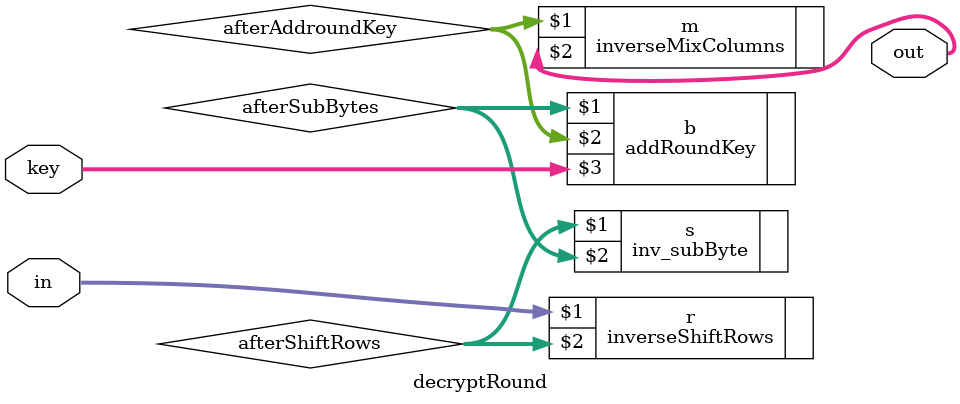
<source format=v>
module decryptRound(in,key,out);
input [127:0] in;
output [127:0] out;
input [127:0] key;
wire [127:0] afterSubBytes;
wire [127:0] afterShiftRows;
wire [127:0] afterMixColumns;
wire [127:0] afterAddroundKey;

inverseShiftRows r(in,afterShiftRows);
inv_subByte s(afterShiftRows,afterSubBytes);
addRoundKey b(afterSubBytes,afterAddroundKey,key);
inverseMixColumns m(afterAddroundKey,out);
		
endmodule
</source>
